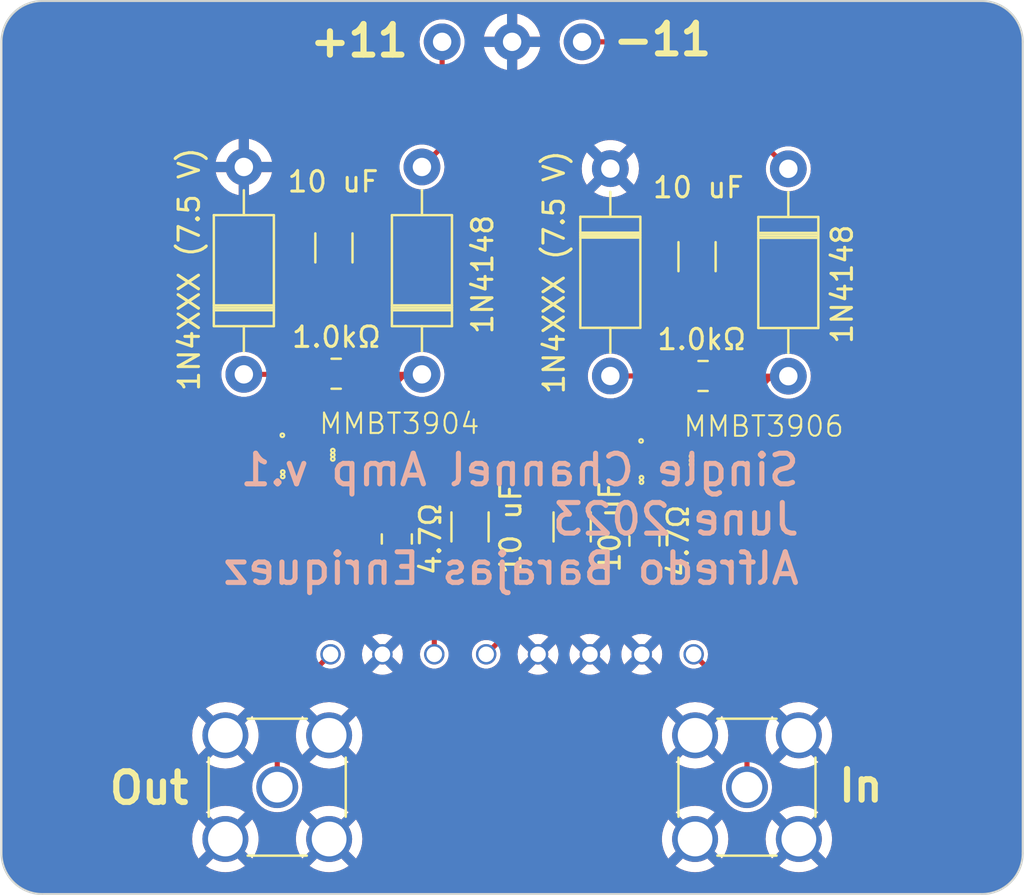
<source format=kicad_pcb>
(kicad_pcb (version 20221018) (generator pcbnew)
  (layers (0 "F.Cu" signal) (31 "B.Cu" signal) (34 "B.Paste" user) (35 "F.Paste" user) (36 "B.SilkS" user "B.Silkscreen") (37 "F.SilkS" user "F.Silkscreen") (38 "B.Mask" user) (39 "F.Mask" user) (44 "Edge.Cuts" user))
  (net 0 "")
  (net 1 "GND")
  (footprint "Resistor_SMD:R_0805_2012Metric_Pad1.20x1.40mm_HandSolder" (layer "F.Cu") (at 59.035 38.915 180)
    (fp_text reference "1.0kΩ" (at 0.065 1.79) (layer "F.SilkS"))
    (fp_text value "R_0805_2012Metric_Pad1.20x1.40mm_HandSolder" hide)
    (fp_line (start -0.227064 -0.735) (end 0.227064 -0.735) (stroke (width 0.12)) (layer "F.SilkS"))
    (fp_line (start -0.227064 0.735) (end 0.227064 0.735) (stroke (width 0.12)) (layer "F.SilkS"))
    (pad "1" smd roundrect (at -1 0 180) (size 1.2 1.4) (layers "F.Cu" "F.Paste" "F.Mask") (roundrect_rratio 0.2083333333))
    (pad "2" smd roundrect (at 1 0 180) (size 1.2 1.4) (layers "F.Cu" "F.Paste" "F.Mask") (roundrect_rratio 0.2083333333))
  )
  (footprint "Capacitor_SMD:C_1206_3216Metric_Pad1.33x1.80mm_HandSolder" (layer "F.Cu") (at 58.74 33.07 90)
    (fp_text reference "10 uF" (at 3.385 0.065) (layer "F.SilkS"))
    (fp_text value "C_1206_3216Metric_Pad1.33x1.80mm_HandSolder" hide)
    (fp_line (start -0.711252 -0.91) (end 0.711252 -0.91) (stroke (width 0.12)) (layer "F.SilkS"))
    (fp_line (start -0.711252 0.91) (end 0.711252 0.91) (stroke (width 0.12)) (layer "F.SilkS"))
    (pad "1" smd roundrect (at -1.5625 0 90) (size 1.325 1.8) (layers "F.Cu" "F.Paste" "F.Mask") (roundrect_rratio 0.1886792453))
    (pad "2" smd roundrect (at 1.5625 0 90) (size 1.325 1.8) (layers "F.Cu" "F.Paste" "F.Mask") (roundrect_rratio 0.1886792453) (net 1 "GND"))
  )
  (footprint "Resistor_SMD:R_0805_2012Metric_Pad1.20x1.40mm_HandSolder" (layer "F.Cu") (at 44.04 46.9 -90)
    (fp_text reference "4.7Ω" (at 0 -1.65 90) (layer "F.SilkS"))
    (fp_text value "R_0805_2012Metric_Pad1.20x1.40mm_HandSolder" hide)
    (fp_line (start -0.227064 -0.735) (end 0.227064 -0.735) (stroke (width 0.12)) (layer "F.SilkS"))
    (fp_line (start -0.227064 0.735) (end 0.227064 0.735) (stroke (width 0.12)) (layer "F.SilkS"))
    (pad "1" smd roundrect (at -1 0 270) (size 1.2 1.4) (layers "F.Cu" "F.Paste" "F.Mask") (roundrect_rratio 0.2083333333))
    (pad "2" smd roundrect (at 1 0 270) (size 1.2 1.4) (layers "F.Cu" "F.Paste" "F.Mask") (roundrect_rratio 0.2083333333))
  )
  (footprint "Diode_THT:D_A-405_P10.16mm_Horizontal" (layer "F.Cu") (at 36.55 38.835 90)
    (fp_text reference "1N4XXX (7.5 V)" (at 5.145 -2.675 90) (layer "F.SilkS"))
    (fp_text value "D_A-405_P10.16mm_Horizontal" hide)
    (fp_line (start 1.14 0) (end 2.36 0) (stroke (width 0.12)) (layer "F.SilkS"))
    (fp_line (start 2.36 -1.47) (end 2.36 1.47) (stroke (width 0.12)) (layer "F.SilkS"))
    (fp_line (start 2.36 1.47) (end 7.8 1.47) (stroke (width 0.12)) (layer "F.SilkS"))
    (fp_line (start 3.14 -1.47) (end 3.14 1.47) (stroke (width 0.12)) (layer "F.SilkS"))
    (fp_line (start 3.26 -1.47) (end 3.26 1.47) (stroke (width 0.12)) (layer "F.SilkS"))
    (fp_line (start 3.38 -1.47) (end 3.38 1.47) (stroke (width 0.12)) (layer "F.SilkS"))
    (fp_line (start 7.8 -1.47) (end 2.36 -1.47) (stroke (width 0.12)) (layer "F.SilkS"))
    (fp_line (start 7.8 1.47) (end 7.8 -1.47) (stroke (width 0.12)) (layer "F.SilkS"))
    (fp_line (start 9.02 0) (end 7.8 0) (stroke (width 0.12)) (layer "F.SilkS"))
    (pad "1" thru_hole circle (at 0 0 90) (size 1.8 1.8) (drill 0.9) (layers "*.Cu" "*.Mask"))
    (pad "2" thru_hole oval (at 10.16 0 90) (size 1.8 1.8) (drill 0.9) (layers "*.Cu" "*.Mask") (net 1 "GND"))
  )
  (footprint "Capacitor_SMD:C_1206_3216Metric_Pad1.33x1.80mm_HandSolder" (layer "F.Cu") (at 52.625 46.31 -90)
    (fp_text reference "10 uF" (at 0 -1.85 90) (layer "F.SilkS"))
    (fp_text value "C_1206_3216Metric_Pad1.33x1.80mm_HandSolder" hide)
    (fp_line (start -0.711252 -0.91) (end 0.711252 -0.91) (stroke (width 0.12)) (layer "F.SilkS"))
    (fp_line (start -0.711252 0.91) (end 0.711252 0.91) (stroke (width 0.12)) (layer "F.SilkS"))
    (pad "1" smd roundrect (at -1.5625 0 270) (size 1.325 1.8) (layers "F.Cu" "F.Paste" "F.Mask") (roundrect_rratio 0.1886792453))
    (pad "2" smd roundrect (at 1.5625 0 270) (size 1.325 1.8) (layers "F.Cu" "F.Paste" "F.Mask") (roundrect_rratio 0.1886792453))
  )
  (footprint "1.Local.Library:MMBT3904" (layer "F.Cu") (at 39.055 42.77 -90)
    (fp_text reference "MMBT3904" (at -1.52 -5.11 unlocked) (layer "F.SilkS") (effects (font (thickness 0.1))))
    (fp_text value "MMBT3904" hide)
    (fp_rect (start -1.19 0) (end -0.71 0.44) (stroke (width 0.1)) (fill solid) (layer "F.Cu"))
    (fp_rect (start -0.24 -1.66) (end 0.24 -1.18) (stroke (width 0.1)) (fill solid) (layer "F.Cu"))
    (fp_rect (start 0.71 0) (end 1.19 0.44) (stroke (width 0.1)) (fill solid) (layer "F.Cu"))
    (fp_circle (center -0.95 0.62) (end -0.91 0.62) (stroke (width 0.1)) (fill none) (layer "F.SilkS"))
    (fp_circle (center -0.2 -1.85) (end -0.16 -1.85) (stroke (width 0.1)) (fill none) (layer "F.SilkS"))
    (fp_circle (center 0.01 -1.85) (end 0.05 -1.85) (stroke (width 0.1)) (fill none) (layer "F.SilkS"))
    (fp_circle (center 0.21 -1.85) (end 0.25 -1.85) (stroke (width 0.1)) (fill none) (layer "F.SilkS"))
    (fp_circle (center 0.85 0.6) (end 0.89 0.6) (stroke (width 0.1)) (fill none) (layer "F.SilkS"))
    (fp_circle (center 1.07 0.6) (end 1.11 0.6) (stroke (width 0.1)) (fill none) (layer "F.SilkS"))
  )
  (footprint "" (layer "F.Cu") (at 53.111459 22.545)
    (fp_text reference "" (at 0 0) (layer "F.SilkS") (effects (font (size 1.27 1.27))))
    (fp_text value "" (at 0 0) (layer "F.SilkS") (effects (font (size 1.27 1.27))))
    (pad "-" thru_hole oval (at 0 0 90) (size 1.8 1.8) (drill 0.9) (layers "*.Cu" "*.Mask"))
  )
  (footprint "Resistor_SMD:R_0805_2012Metric_Pad1.20x1.40mm_HandSolder" (layer "F.Cu") (at 41.07 38.805 180)
    (fp_text reference "1.0kΩ" (at -0.015 1.795) (layer "F.SilkS"))
    (fp_text value "R_0805_2012Metric_Pad1.20x1.40mm_HandSolder" hide)
    (fp_line (start -0.227064 -0.735) (end 0.227064 -0.735) (stroke (width 0.12)) (layer "F.SilkS"))
    (fp_line (start -0.227064 0.735) (end 0.227064 0.735) (stroke (width 0.12)) (layer "F.SilkS"))
    (pad "1" smd roundrect (at -1 0 180) (size 1.2 1.4) (layers "F.Cu" "F.Paste" "F.Mask") (roundrect_rratio 0.2083333333))
    (pad "2" smd roundrect (at 1 0 180) (size 1.2 1.4) (layers "F.Cu" "F.Paste" "F.Mask") (roundrect_rratio 0.2083333333))
  )
  (footprint "" (layer "F.Cu") (at 49.685 22.545)
    (fp_text reference "" (at 0 0) (layer "F.SilkS") (effects (font (size 1.27 1.27))))
    (fp_text value "" (at 0 0) (layer "F.SilkS") (effects (font (size 1.27 1.27))))
    (pad "GND" thru_hole oval (at 0 0 90) (size 1.8 1.8) (drill 0.9) (layers "*.Cu" "*.Mask") (net 1 "GND"))
  )
  (footprint "" (layer "F.Cu") (at 46.258541 22.545)
    (fp_text reference "" (at 0 0) (layer "F.SilkS") (effects (font (size 1.27 1.27))))
    (fp_text value "" (at 0 0) (layer "F.SilkS") (effects (font (size 1.27 1.27))))
    (pad "+" thru_hole oval (at 0 0 90) (size 1.8 1.8) (drill 0.9) (layers "*.Cu" "*.Mask"))
  )
  (footprint "Capacitor_SMD:C_1206_3216Metric_Pad1.33x1.80mm_HandSolder" (layer "F.Cu") (at 40.96 32.64 90)
    (fp_text reference "10 uF" (at 3.24 -0.04) (layer "F.SilkS"))
    (fp_text value "C_1206_3216Metric_Pad1.33x1.80mm_HandSolder" hide)
    (fp_line (start -0.711252 -0.91) (end 0.711252 -0.91) (stroke (width 0.12)) (layer "F.SilkS"))
    (fp_line (start -0.711252 0.91) (end 0.711252 0.91) (stroke (width 0.12)) (layer "F.SilkS"))
    (pad "1" smd roundrect (at -1.5625 0 90) (size 1.325 1.8) (layers "F.Cu" "F.Paste" "F.Mask") (roundrect_rratio 0.1886792453))
    (pad "2" smd roundrect (at 1.5625 0 90) (size 1.325 1.8) (layers "F.Cu" "F.Paste" "F.Mask") (roundrect_rratio 0.1886792453) (net 1 "GND"))
  )
  (footprint "Diode_THT:D_A-405_P10.16mm_Horizontal" (layer "F.Cu") (at 45.27 38.835 90)
    (fp_text reference "1N4148" (at 4.895 2.97 90) (layer "F.SilkS"))
    (fp_text value "D_A-405_P10.16mm_Horizontal" hide)
    (fp_line (start 1.14 0) (end 2.36 0) (stroke (width 0.12)) (layer "F.SilkS"))
    (fp_line (start 2.36 -1.47) (end 2.36 1.47) (stroke (width 0.12)) (layer "F.SilkS"))
    (fp_line (start 2.36 1.47) (end 7.8 1.47) (stroke (width 0.12)) (layer "F.SilkS"))
    (fp_line (start 3.14 -1.47) (end 3.14 1.47) (stroke (width 0.12)) (layer "F.SilkS"))
    (fp_line (start 3.26 -1.47) (end 3.26 1.47) (stroke (width 0.12)) (layer "F.SilkS"))
    (fp_line (start 3.38 -1.47) (end 3.38 1.47) (stroke (width 0.12)) (layer "F.SilkS"))
    (fp_line (start 7.8 -1.47) (end 2.36 -1.47) (stroke (width 0.12)) (layer "F.SilkS"))
    (fp_line (start 7.8 1.47) (end 7.8 -1.47) (stroke (width 0.12)) (layer "F.SilkS"))
    (fp_line (start 9.02 0) (end 7.8 0) (stroke (width 0.12)) (layer "F.SilkS"))
    (pad "1" thru_hole circle (at 0 0 90) (size 1.8 1.8) (drill 0.9) (layers "*.Cu" "*.Mask"))
    (pad "2" thru_hole oval (at 10.16 0 90) (size 1.8 1.8) (drill 0.9) (layers "*.Cu" "*.Mask"))
  )
  (footprint "Connector_Coaxial:SMA_Amphenol_901-144_Vertical" (layer "F.Cu") (at 38.185 59.06)
    (fp_text reference "REF**" hide)
    (fp_text value "SMA_Amphenol_901-144_Vertical" hide)
    (fp_line (start -3.355 -1.45) (end -3.355 1.45) (stroke (width 0.12)) (layer "F.SilkS"))
    (fp_line (start -1.45 -3.355) (end 1.45 -3.355) (stroke (width 0.12)) (layer "F.SilkS"))
    (fp_line (start -1.45 3.355) (end 1.45 3.355) (stroke (width 0.12)) (layer "F.SilkS"))
    (fp_line (start 3.355 -1.45) (end 3.355 1.45) (stroke (width 0.12)) (layer "F.SilkS"))
    (pad "1" thru_hole circle (at 0 0) (size 2.05 2.05) (drill 1.5) (layers "*.Cu" "*.Mask"))
    (pad "2" thru_hole circle (at -2.54 -2.54) (size 2.25 2.25) (drill 1.7) (layers "*.Cu" "*.Mask") (net 1 "GND"))
    (pad "2" thru_hole circle (at -2.54 2.54) (size 2.25 2.25) (drill 1.7) (layers "*.Cu" "*.Mask") (net 1 "GND"))
    (pad "2" thru_hole circle (at 2.54 -2.54) (size 2.25 2.25) (drill 1.7) (layers "*.Cu" "*.Mask") (net 1 "GND"))
    (pad "2" thru_hole circle (at 2.54 2.54) (size 2.25 2.25) (drill 1.7) (layers "*.Cu" "*.Mask") (net 1 "GND"))
  )
  (footprint "1.Local.Library:SMC-1-08-1-GT" (layer "F.Cu") (at 49.685 52.55 180)
    (fp_text reference "REF**" hide)
    (fp_text value "SMC-1-08-1-GT")
    (pad "+V" thru_hole circle (at 3.81 0 180) (size 1 1) (drill 0.762) (layers "*.Cu" "*.Mask"))
    (pad "-V" thru_hole circle (at 1.27 0 180) (size 1 1) (drill 0.762) (layers "*.Cu" "*.Mask"))
    (pad "GND" thru_hole circle (at -6.35 0 180) (size 1 1) (drill 0.762) (layers "*.Cu" "*.Mask") (net 1 "GND"))
    (pad "GND" thru_hole circle (at -3.81 0 180) (size 1 1) (drill 0.762) (layers "*.Cu" "*.Mask") (net 1 "GND"))
    (pad "GND" thru_hole circle (at -1.27 0 180) (size 1 1) (drill 0.762) (layers "*.Cu" "*.Mask") (net 1 "GND"))
    (pad "GND" thru_hole circle (at 6.35 0 180) (size 1 1) (drill 0.762) (layers "*.Cu" "*.Mask") (net 1 "GND"))
    (pad "input" thru_hole circle (at -8.89 0 180) (size 1 1) (drill 0.762) (layers "*.Cu" "*.Mask"))
    (pad "output" thru_hole circle (at 8.89 0 180) (size 1 1) (drill 0.762) (layers "*.Cu" "*.Mask"))
  )
  (footprint "Diode_THT:D_A-405_P10.16mm_Horizontal" (layer "F.Cu") (at 54.495 28.755 -90)
    (fp_text reference "1N4XXX (7.5 V)" (at 5.08 2.755 90) (layer "F.SilkS"))
    (fp_text value "D_A-405_P10.16mm_Horizontal" hide)
    (fp_line (start 1.14 0) (end 2.36 0) (stroke (width 0.12)) (layer "F.SilkS"))
    (fp_line (start 2.36 -1.47) (end 2.36 1.47) (stroke (width 0.12)) (layer "F.SilkS"))
    (fp_line (start 2.36 1.47) (end 7.8 1.47) (stroke (width 0.12)) (layer "F.SilkS"))
    (fp_line (start 3.14 -1.47) (end 3.14 1.47) (stroke (width 0.12)) (layer "F.SilkS"))
    (fp_line (start 3.26 -1.47) (end 3.26 1.47) (stroke (width 0.12)) (layer "F.SilkS"))
    (fp_line (start 3.38 -1.47) (end 3.38 1.47) (stroke (width 0.12)) (layer "F.SilkS"))
    (fp_line (start 7.8 -1.47) (end 2.36 -1.47) (stroke (width 0.12)) (layer "F.SilkS"))
    (fp_line (start 7.8 1.47) (end 7.8 -1.47) (stroke (width 0.12)) (layer "F.SilkS"))
    (fp_line (start 9.02 0) (end 7.8 0) (stroke (width 0.12)) (layer "F.SilkS"))
    (pad "1" thru_hole circle (at 0 0 270) (size 1.8 1.8) (drill 0.9) (layers "*.Cu" "*.Mask") (net 1 "GND"))
    (pad "2" thru_hole oval (at 10.16 0 270) (size 1.8 1.8) (drill 0.9) (layers "*.Cu" "*.Mask"))
  )
  (footprint "Diode_THT:D_A-405_P10.16mm_Horizontal" (layer "F.Cu") (at 63.21 28.765 -90)
    (fp_text reference "1N4148" (at 5.65 -2.635 90) (layer "F.SilkS"))
    (fp_text value "D_A-405_P10.16mm_Horizontal" hide)
    (fp_line (start 1.14 0) (end 2.36 0) (stroke (width 0.12)) (layer "F.SilkS"))
    (fp_line (start 2.36 -1.47) (end 2.36 1.47) (stroke (width 0.12)) (layer "F.SilkS"))
    (fp_line (start 2.36 1.47) (end 7.8 1.47) (stroke (width 0.12)) (layer "F.SilkS"))
    (fp_line (start 3.14 -1.47) (end 3.14 1.47) (stroke (width 0.12)) (layer "F.SilkS"))
    (fp_line (start 3.26 -1.47) (end 3.26 1.47) (stroke (width 0.12)) (layer "F.SilkS"))
    (fp_line (start 3.38 -1.47) (end 3.38 1.47) (stroke (width 0.12)) (layer "F.SilkS"))
    (fp_line (start 7.8 -1.47) (end 2.36 -1.47) (stroke (width 0.12)) (layer "F.SilkS"))
    (fp_line (start 7.8 1.47) (end 7.8 -1.47) (stroke (width 0.12)) (layer "F.SilkS"))
    (fp_line (start 9.02 0) (end 7.8 0) (stroke (width 0.12)) (layer "F.SilkS"))
    (pad "1" thru_hole circle (at 0 0 270) (size 1.8 1.8) (drill 0.9) (layers "*.Cu" "*.Mask"))
    (pad "2" thru_hole oval (at 10.16 0 270) (size 1.8 1.8) (drill 0.9) (layers "*.Cu" "*.Mask"))
  )
  (footprint "1.Local.Library:MMBT3906" (layer "F.Cu") (at 56.62 43.045 -90)
    (fp_text reference "MMBT3906" (at -1.66 -5.385 unlocked) (layer "F.SilkS") (effects (font (thickness 0.1))))
    (fp_text value "MMBT3906" hide)
    (fp_rect (start -1.19 0) (end -0.71 0.44) (stroke (width 0.1)) (fill solid) (layer "F.Cu"))
    (fp_rect (start -0.24 -1.66) (end 0.24 -1.18) (stroke (width 0.1)) (fill solid) (layer "F.Cu"))
    (fp_rect (start 0.71 0) (end 1.19 0.44) (stroke (width 0.1)) (fill solid) (layer "F.Cu"))
    (fp_circle (center -0.95 0.62) (end -0.91 0.62) (stroke (width 0.1)) (fill none) (layer "F.SilkS"))
    (fp_circle (center -0.2 -1.85) (end -0.16 -1.85) (stroke (width 0.1)) (fill none) (layer "F.SilkS"))
    (fp_circle (center 0.01 -1.85) (end 0.05 -1.85) (stroke (width 0.1)) (fill none) (layer "F.SilkS"))
    (fp_circle (center 0.21 -1.85) (end 0.25 -1.85) (stroke (width 0.1)) (fill none) (layer "F.SilkS"))
    (fp_circle (center 0.85 0.6) (end 0.89 0.6) (stroke (width 0.1)) (fill none) (layer "F.SilkS"))
    (fp_circle (center 1.07 0.6) (end 1.11 0.6) (stroke (width 0.1)) (fill none) (layer "F.SilkS"))
  )
  (footprint "Capacitor_SMD:C_1206_3216Metric_Pad1.33x1.80mm_HandSolder" (layer "F.Cu") (at 47.625 46.31 -90)
    (fp_text reference "10 uF" (at 0.085 -1.995 90) (layer "F.SilkS"))
    (fp_text value "C_1206_3216Metric_Pad1.33x1.80mm_HandSolder" hide)
    (fp_line (start -0.711252 -0.91) (end 0.711252 -0.91) (stroke (width 0.12)) (layer "F.SilkS"))
    (fp_line (start -0.711252 0.91) (end 0.711252 0.91) (stroke (width 0.12)) (layer "F.SilkS"))
    (pad "1" smd roundrect (at -1.5625 0 270) (size 1.325 1.8) (layers "F.Cu" "F.Paste" "F.Mask") (roundrect_rratio 0.1886792453))
    (pad "2" smd roundrect (at 1.5625 0 270) (size 1.325 1.8) (layers "F.Cu" "F.Paste" "F.Mask") (roundrect_rratio 0.1886792453))
  )
  (footprint "Connector_Coaxial:SMA_Amphenol_901-144_Vertical" (layer "F.Cu") (at 61.185 59.06)
    (fp_text reference "REF**" hide)
    (fp_text value "SMA_Amphenol_901-144_Vertical" hide)
    (fp_line (start -3.355 -1.45) (end -3.355 1.45) (stroke (width 0.12)) (layer "F.SilkS"))
    (fp_line (start -1.45 -3.355) (end 1.45 -3.355) (stroke (width 0.12)) (layer "F.SilkS"))
    (fp_line (start -1.45 3.355) (end 1.45 3.355) (stroke (width 0.12)) (layer "F.SilkS"))
    (fp_line (start 3.355 -1.45) (end 3.355 1.45) (stroke (width 0.12)) (layer "F.SilkS"))
    (pad "1" thru_hole circle (at 0 0) (size 2.05 2.05) (drill 1.5) (layers "*.Cu" "*.Mask"))
    (pad "2" thru_hole circle (at -2.54 -2.54) (size 2.25 2.25) (drill 1.7) (layers "*.Cu" "*.Mask") (net 1 "GND"))
    (pad "2" thru_hole circle (at -2.54 2.54) (size 2.25 2.25) (drill 1.7) (layers "*.Cu" "*.Mask") (net 1 "GND"))
    (pad "2" thru_hole circle (at 2.54 -2.54) (size 2.25 2.25) (drill 1.7) (layers "*.Cu" "*.Mask") (net 1 "GND"))
    (pad "2" thru_hole circle (at 2.54 2.54) (size 2.25 2.25) (drill 1.7) (layers "*.Cu" "*.Mask") (net 1 "GND"))
  )
  (footprint "Resistor_SMD:R_0805_2012Metric_Pad1.20x1.40mm_HandSolder" (layer "F.Cu") (at 56.165 47 -90)
    (fp_text reference "4.7Ω" (at 0 -1.65 90) (layer "F.SilkS"))
    (fp_text value "R_0805_2012Metric_Pad1.20x1.40mm_HandSolder" hide)
    (fp_line (start -0.227064 -0.735) (end 0.227064 -0.735) (stroke (width 0.12)) (layer "F.SilkS"))
    (fp_line (start -0.227064 0.735) (end 0.227064 0.735) (stroke (width 0.12)) (layer "F.SilkS"))
    (pad "1" smd roundrect (at -1 0 270) (size 1.2 1.4) (layers "F.Cu" "F.Paste" "F.Mask") (roundrect_rratio 0.2083333333))
    (pad "2" smd roundrect (at 1 0 270) (size 1.2 1.4) (layers "F.Cu" "F.Paste" "F.Mask") (roundrect_rratio 0.2083333333))
  )
  (gr_line (start 40.78 45.742855) (end 43.6 45.742855) (stroke (width 0.25)) (layer "F.Cu"))
  (gr_line (start 38.815 39.63027) (end 39.635 38.81027) (stroke (width 0.25)) (layer "F.Cu"))
  (gr_line (start 56.395 44.0075) (end 56.395 45.8425) (stroke (width 0.25)) (layer "F.Cu"))
  (gr_line (start 38.815 39.63027) (end 38.815 41.755) (stroke (width 0.25)) (layer "F.Cu"))
  (gr_line (start 45.22 39.56) (end 45.22 38.835) (stroke (width 0.2)) (layer "F.Cu"))
  (gr_line (start 56.402486 40.027514) (end 56.402486 42.12) (stroke (width 0.25)) (layer "F.Cu"))
  (gr_line (start 44.3175 48.0675) (end 47.4125 44.9725) (stroke (width 0.25)) (layer "F.Cu"))
  (gr_line (start 58.18282 43.117179) (end 62.507179 38.79282) (stroke (width 0.25)) (layer "F.Cu"))
  (gr_line (start 38.872985 43.83584) (end 40.78 45.742855) (stroke (width 0.25)) (layer "F.Cu"))
  (gr_line (start 56.402486 40.027514) (end 57.547514 38.882486) (stroke (width 0.25)) (layer "F.Cu"))
  (gr_line (start 40.44213 42.81787) (end 44.415 38.845) (stroke (width 0.25)) (layer "F.Cu"))
  (gr_line (start 55.89 48.25) (end 52.665904 45.025904) (stroke (width 0.25)) (layer "F.Cu"))
  (gr_line (start 26.685 20.545) (end 72.685 20.545) (stroke (width 0.1)) (layer "Edge.Cuts"))
  (gr_arc (start 72.685 20.545) (mid 74.099214 21.130786) (end 74.685 22.545) (stroke (width 0.1)) (layer "Edge.Cuts"))
  (gr_arc (start 26.685 64.295) (mid 25.270786 63.709214) (end 24.685 62.295) (stroke (width 0.1)) (layer "Edge.Cuts"))
  (gr_arc (start 24.685 22.545) (mid 25.270786 21.130786) (end 26.685 20.545) (stroke (width 0.1)) (layer "Edge.Cuts"))
  (gr_arc (start 74.685 62.295) (mid 74.099214 63.709214) (end 72.685 64.295) (stroke (width 0.1)) (layer "Edge.Cuts"))
  (gr_line (start 74.685 62.295) (end 74.685 22.545) (stroke (width 0.1)) (layer "Edge.Cuts"))
  (gr_line (start 26.685 64.295) (end 72.685 64.295) (stroke (width 0.1)) (layer "Edge.Cuts"))
  (gr_line (start 24.685 22.545) (end 24.685 62.295) (stroke (width 0.1)) (layer "Edge.Cuts"))
  (gr_text "Single Channel Amp v.1\nJune 2023\nAlfredo Barajas Enriquez\n" (at 63.865 49.225) (layer "B.SilkS") (effects (font (size 1.5 1.5) (thickness 0.25) bold) (justify left bottom mirror)))
  (gr_text "+11" (at 39.64 23.37) (layer "F.SilkS") (effects (font (size 1.5 1.5) (thickness 0.3) bold) (justify left bottom)))
  (gr_text "Out" (at 29.82 59.98) (layer "F.SilkS") (effects (font (size 1.5 1.5) (thickness 0.3) bold) (justify left bottom)))
  (gr_text "In" (at 65.53 59.87) (layer "F.SilkS") (effects (font (size 1.5 1.5) (thickness 0.3) bold) (justify left bottom)))
  (gr_text "-11" (at 54.485 23.31) (layer "F.SilkS") (effects (font (size 1.5 1.5) (thickness 0.3) bold) (justify left bottom)))
  (segment (start 40.96 34.2025) (end 40.96 34.61) (width 0) (layer "F.Cu") (net 0))
  (segment (start 58.74 34.6325) (end 58.74 34.875) (width 0) (layer "F.Cu") (net 0))
  (segment (start 40.04 38.835) (end 40.055 38.82) (width 0) (layer "F.Cu") (net 0))
  (segment (start 42.1 38.835) (end 42.07 38.805) (width 0.25) (layer "F.Cu") (net 0))
  (segment (start 56.99 22.545) (end 63.21 28.765) (width 0.25) (layer "F.Cu") (net 0))
  (segment (start 54.495 38.915) (end 58.035 38.915) (width 0.25) (layer "F.Cu") (net 0))
  (segment (start 40.04 38.835) (end 36.55 38.835) (width 0.25) (layer "F.Cu") (net 0))
  (segment (start 60.045 38.925) (end 63.21 38.925) (width 0.25) (layer "F.Cu") (net 0))
  (segment (start 58.74 34.875) (end 57.975 35.64) (width 0.25) (layer "F.Cu") (net 0))
  (segment (start 60.105 38.985) (end 60.035 38.915) (width 0.25) (layer "F.Cu") (net 0))
  (segment (start 53.111459 22.545) (end 56.99 22.545) (width 0.25) (layer "F.Cu") (net 0))
  (segment (start 46.258541 22.545) (end 46.258541 27.686459) (width 0.25) (layer "F.Cu") (net 0))
  (segment (start 52.625 48.34) (end 48.415 52.55) (width 0.25) (layer "F.Cu") (net 0))
  (segment (start 40.96 34.61) (end 40.045 35.525) (width 0.25) (layer "F.Cu") (net 0))
  (segment (start 58.575 52.55) (end 61.185 55.16) (width 0.25) (layer "F.Cu") (net 0))
  (segment (start 40.795 52.55) (end 38.185 55.16) (width 0.25) (layer "F.Cu") (net 0))
  (segment (start 45.27 38.835) (end 42.1 38.835) (width 0.25) (layer "F.Cu") (net 0))
  (segment (start 40.07 38.805) (end 40.04 38.835) (width 0) (layer "F.Cu") (net 0))
  (segment (start 46.258541 27.686459) (end 45.27 28.675) (width 0.25) (layer "F.Cu") (net 0))
  (segment (start 58.035 38.915) (end 58.005 38.945) (width 0) (layer "F.Cu") (net 0))
  (segment (start 38.185 55.16) (end 38.185 59.06) (width 0.25) (layer "F.Cu") (net 0))
  (segment (start 40.045 35.525) (end 40.045 38.78) (width 0.25) (layer "F.Cu") (net 0))
  (segment (start 45.875 49.6225) (end 45.875 52.55) (width 0.25) (layer "F.Cu") (net 0))
  (segment (start 57.975 38.855) (end 58.035 38.915) (width 0) (layer "F.Cu") (net 0))
  (segment (start 60.035 38.915) (end 60.045 38.925) (width 0.25) (layer "F.Cu") (net 0))
  (segment (start 57.975 35.64) (end 57.975 38.855) (width 0.25) (layer "F.Cu") (net 0))
  (segment (start 61.185 55.16) (end 61.185 59.06) (width 0.25) (layer "F.Cu") (net 0))
  (segment (start 52.625 47.8725) (end 52.625 48.34) (width 0.25) (layer "F.Cu") (net 0))
  (segment (start 40.045 38.78) (end 40.07 38.805) (width 0) (layer "F.Cu") (net 0))
  (segment (start 47.625 47.8725) (end 45.875 49.6225) (width 0.25) (layer "F.Cu") (net 0))
  (zone (net 1) (net_name "GND") (layers "F&B.Cu") (name "GND") (connect_pads (clearance 0)) (min_thickness 0.25) (fill yes (thermal_gap 0.5) (thermal_bridge_width 0.5) (island_removal_mode 1) (island_area_min 10))
    (polygon (pts (xy 26.705 64.29) (xy 26.07 64.205) (xy 25.735 64.06) (xy 25.29 63.725) (xy 24.955 63.315) (xy 24.75 62.895) (xy 24.675 62.53) (xy 24.685 22.475) (xy 24.775 21.935) (xy 25.035 21.37) (xy 25.31 21.075) (xy 25.76 20.74) (xy 26.195 20.585) (xy 26.775 20.535) (xy 72.705 20.535) (xy 73.165 20.595) (xy 73.68 20.77) (xy 74.195 21.17) (xy 74.495 21.7) (xy 74.64 22.11) (xy 74.695 22.615) (xy 74.69 62.385) (xy 74.645 62.74) (xy 74.5 63.14) (xy 74.245 63.57) (xy 73.93 63.88) (xy 73.48 64.15) (xy 73.035 64.3) (xy 72.52 64.305) (xy 26.71 64.29)))
  )
)
</source>
